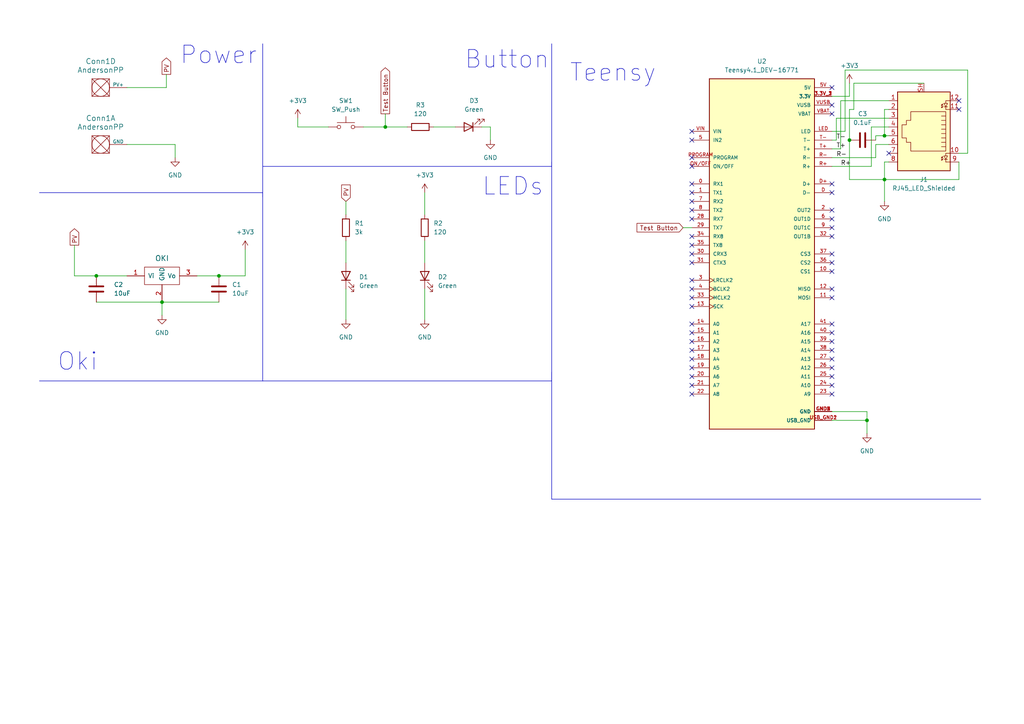
<source format=kicad_sch>
(kicad_sch (version 20230121) (generator eeschema)
  (paper "A4")
  (lib_symbols
    (symbol "Connector:RJ45_LED_Shielded" (pin_names (offset 1.016))
      (property "Reference" "J" (at -5.08 13.97 0))
      (property "Value" "RJ45_LED_Shielded" (at 1.27 13.97 0))
      (symbol "RJ45_LED_Shielded_0_1"
        (polyline (pts (xy -7.62 -7.62) (xy -6.35 -7.62)))
        (polyline (pts (xy -7.62 -5.08) (xy -6.35 -5.08)))
        (polyline (pts (xy -7.62 7.62) (xy -6.35 7.62)))
        (polyline (pts (xy -7.62 10.16) (xy -6.35 10.16)))
        (polyline (pts (xy -6.858 -5.842) (xy -5.842 -5.842)))
        (polyline (pts (xy -6.858 9.398) (xy -5.842 9.398)))
        (polyline (pts (xy -6.35 -7.62) (xy -6.35 -6.858)))
        (polyline (pts (xy -6.35 -5.08) (xy -6.35 -5.842)))
        (polyline (pts (xy -6.35 7.62) (xy -6.35 8.382)))
        (polyline (pts (xy -6.35 10.16) (xy -6.35 9.398)))
        (polyline (pts (xy -5.08 -6.223) (xy -5.207 -6.604)))
        (polyline (pts (xy -5.08 -5.588) (xy -5.207 -5.969)))
        (polyline (pts (xy -5.08 4.445) (xy -6.35 4.445)))
        (polyline (pts (xy -5.08 5.715) (xy -6.35 5.715)))
        (polyline (pts (xy -5.08 9.017) (xy -5.207 8.636)))
        (polyline (pts (xy -5.08 9.652) (xy -5.207 9.271)))
        (polyline (pts (xy -6.35 -3.175) (xy -5.08 -3.175) (xy -5.08 -3.175)))
        (polyline (pts (xy -6.35 -1.905) (xy -5.08 -1.905) (xy -5.08 -1.905)))
        (polyline (pts (xy -6.35 -0.635) (xy -5.08 -0.635) (xy -5.08 -0.635)))
        (polyline (pts (xy -6.35 0.635) (xy -5.08 0.635) (xy -5.08 0.635)))
        (polyline (pts (xy -6.35 1.905) (xy -5.08 1.905) (xy -5.08 1.905)))
        (polyline (pts (xy -5.588 -6.731) (xy -5.08 -6.223) (xy -5.461 -6.35)))
        (polyline (pts (xy -5.588 -6.096) (xy -5.08 -5.588) (xy -5.461 -5.715)))
        (polyline (pts (xy -5.588 8.509) (xy -5.08 9.017) (xy -5.461 8.89)))
        (polyline (pts (xy -5.588 9.144) (xy -5.08 9.652) (xy -5.461 9.525)))
        (polyline (pts (xy -5.08 3.175) (xy -6.35 3.175) (xy -6.35 3.175)))
        (polyline (pts (xy -6.35 -5.842) (xy -6.858 -6.858) (xy -5.842 -6.858) (xy -6.35 -5.842)))
        (polyline (pts (xy -6.35 9.398) (xy -6.858 8.382) (xy -5.842 8.382) (xy -6.35 9.398)))
        (polyline (pts (xy -6.35 -4.445) (xy -6.35 6.985) (xy 3.81 6.985) (xy 3.81 4.445) (xy 5.08 4.445) (xy 5.08 3.175) (xy 6.35 3.175) (xy 6.35 -0.635) (xy 5.08 -0.635) (xy 5.08 -1.905) (xy 3.81 -1.905) (xy 3.81 -4.445) (xy -6.35 -4.445) (xy -6.35 -4.445)))
        (rectangle (start 7.62 12.7) (end -7.62 -10.16) (stroke (width 0.254)) (fill (type background)))
      )
      (symbol "RJ45_LED_Shielded_1_1"
        (pin passive line (at 10.16 -7.62 180) (length 2.54) (name "~") (number "1"))
        (pin passive line (at -10.16 7.62 0) (length 2.54) (name "~") (number "10"))
        (pin passive line (at -10.16 -5.08 0) (length 2.54) (name "~") (number "11"))
        (pin passive line (at -10.16 -7.62 0) (length 2.54) (name "~") (number "12"))
        (pin passive line (at 10.16 -5.08 180) (length 2.54) (name "~") (number "2"))
        (pin passive line (at 10.16 -2.54 180) (length 2.54) (name "~") (number "3"))
        (pin passive line (at 10.16 0 180) (length 2.54) (name "~") (number "4"))
        (pin passive line (at 10.16 2.54 180) (length 2.54) (name "~") (number "5"))
        (pin passive line (at 10.16 5.08 180) (length 2.54) (name "~") (number "6"))
        (pin passive line (at 10.16 7.62 180) (length 2.54) (name "~") (number "7"))
        (pin passive line (at 10.16 10.16 180) (length 2.54) (name "~") (number "8"))
        (pin passive line (at -10.16 10.16 0) (length 2.54) (name "~") (number "9"))
        (pin passive line (at 0 -12.7 90) (length 2.54) (name "~") (number "SH"))
      )
    )
    (symbol "Device:C" (pin_numbers hide) (pin_names (offset 0.254))
      (property "Reference" "C" (at 0.635 2.54 0))
      (property "Value" "C" (at 0.635 -2.54 0))
      (symbol "C_0_1"
        (polyline (pts (xy -2.032 -0.762) (xy 2.032 -0.762)) (stroke (width 0.508)))
        (polyline (pts (xy -2.032 0.762) (xy 2.032 0.762)) (stroke (width 0.508)))
      )
      (symbol "C_1_1"
        (pin passive line (at 0 3.81 270) (length 2.794) (name "~") (number "1"))
        (pin passive line (at 0 -3.81 90) (length 2.794) (name "~") (number "2"))
      )
    )
    (symbol "Device:LED" (pin_numbers hide) (pin_names (offset 1.016) hide)
      (property "Reference" "D" (at 0 2.54 0))
      (property "Value" "LED" (at 0 -2.54 0))
      (symbol "LED_0_1"
        (polyline (pts (xy -1.27 -1.27) (xy -1.27 1.27)) (stroke (width 0.254)))
        (polyline (pts (xy -1.27 0) (xy 1.27 0)))
        (polyline (pts (xy 1.27 -1.27) (xy 1.27 1.27) (xy -1.27 0) (xy 1.27 -1.27)) (stroke (width 0.254)))
        (polyline (pts (xy -3.048 -0.762) (xy -4.572 -2.286) (xy -3.81 -2.286) (xy -4.572 -2.286) (xy -4.572 -1.524)))
        (polyline (pts (xy -1.778 -0.762) (xy -3.302 -2.286) (xy -2.54 -2.286) (xy -3.302 -2.286) (xy -3.302 -1.524)))
      )
      (symbol "LED_1_1"
        (pin passive line (at -3.81 0 0) (length 2.54) (name "K") (number "1"))
        (pin passive line (at 3.81 0 180) (length 2.54) (name "A") (number "2"))
      )
    )
    (symbol "Device:R" (pin_numbers hide) (pin_names (offset 0))
      (property "Reference" "R" (at 2.032 0 90))
      (property "Value" "R" (at 0 0 90))
      (symbol "R_0_1"
        (rectangle (start -1.016 -2.54) (end 1.016 2.54) (stroke (width 0.254)))
      )
      (symbol "R_1_1"
        (pin passive line (at 0 3.81 270) (length 1.27) (name "~") (number "1"))
        (pin passive line (at 0 -3.81 90) (length 1.27) (name "~") (number "2"))
      )
    )
    (symbol "MRDT_Connectors:AndersonPP" (pin_numbers hide) (pin_names (offset 0))
      (property "Reference" "Conn" (at 3.81 -1.27 0))
      (property "Value" "AndersonPP" (at 2.54 6.35 0))
      (symbol "AndersonPP_0_1"
        (polyline (pts (xy 0 5.08) (xy 5.08 0)))
        (polyline (pts (xy 5.08 5.08) (xy 0 0)))
        (rectangle (start 0 0) (end 5.08 5.08))
        (circle (center 2.54 2.54) (radius 2.54))
      )
      (symbol "AndersonPP_1_1"
        (pin input line (at 10.16 2.54 180) (length 5.08) (name "GND") (number "1"))
      )
      (symbol "AndersonPP_2_1"
        (pin input line (at 10.16 2.54 180) (length 5.08) (name "V+Log") (number "2"))
      )
      (symbol "AndersonPP_3_1"
        (pin input line (at 10.16 2.54 180) (length 5.08) (name "V+Act") (number "3"))
      )
      (symbol "AndersonPP_4_1"
        (pin input line (at 10.16 2.54 180) (length 5.08) (name "PV+") (number "4"))
      )
      (symbol "AndersonPP_5_1"
        (pin input line (at 10.16 2.54 180) (length 5.08) (name "~") (number "1"))
      )
    )
    (symbol "MRDT_Devices:OKI" (pin_names (offset 1.016))
      (property "Value" "OKI" (at 5.08 6.35 0))
      (symbol "OKI_0_1"
        (rectangle (start 0 0) (end 10.16 5.08))
      )
      (symbol "OKI_1_1"
        (pin input line (at -5.08 2.54 0) (length 5.08) (name "Vi") (number "1"))
        (pin output line (at 5.08 -5.08 90) (length 5.08) (name "GND") (number "2"))
        (pin output line (at 15.24 2.54 180) (length 5.08) (name "Vo") (number "3"))
      )
    )
    (symbol "MRDT_Shields:Teensy4.1_DEV-16771" (pin_names (offset 1.016))
      (property "Reference" "U" (at -15.24 52.07 0))
      (property "Value" "Teensy4.1_DEV-16771" (at -15.24 -53.34 0))
      (symbol "Teensy4.1_DEV-16771_0_0"
        (rectangle (start -15.24 -50.8) (end 15.24 50.8) (stroke (width 0.254)) (fill (type background)))
        (pin bidirectional line (at -20.32 20.32 0) (length 5.08) (name "RX1") (number "0"))
        (pin bidirectional line (at -20.32 17.78 0) (length 5.08) (name "TX1") (number "1"))
        (pin bidirectional line (at 20.32 -5.08 180) (length 5.08) (name "CS1") (number "10"))
        (pin bidirectional line (at 20.32 -12.7 180) (length 5.08) (name "MOSI") (number "11"))
        (pin bidirectional line (at 20.32 -10.16 180) (length 5.08) (name "MISO") (number "12"))
        (pin bidirectional clock (at -20.32 -15.24 0) (length 5.08) (name "SCK") (number "13"))
        (pin bidirectional line (at -20.32 -20.32 0) (length 5.08) (name "A0") (number "14"))
        (pin bidirectional line (at -20.32 -22.86 0) (length 5.08) (name "A1") (number "15"))
        (pin bidirectional line (at -20.32 -25.4 0) (length 5.08) (name "A2") (number "16"))
        (pin bidirectional line (at -20.32 -27.94 0) (length 5.08) (name "A3") (number "17"))
        (pin bidirectional line (at -20.32 -30.48 0) (length 5.08) (name "A4") (number "18"))
        (pin bidirectional line (at -20.32 -33.02 0) (length 5.08) (name "A5") (number "19"))
        (pin output line (at 20.32 12.7 180) (length 5.08) (name "OUT2") (number "2"))
        (pin bidirectional line (at -20.32 -35.56 0) (length 5.08) (name "A6") (number "20"))
        (pin bidirectional line (at -20.32 -38.1 0) (length 5.08) (name "A7") (number "21"))
        (pin bidirectional line (at -20.32 -40.64 0) (length 5.08) (name "A8") (number "22"))
        (pin bidirectional line (at 20.32 -40.64 180) (length 5.08) (name "A9") (number "23"))
        (pin bidirectional line (at 20.32 -38.1 180) (length 5.08) (name "A10") (number "24"))
        (pin bidirectional line (at 20.32 -35.56 180) (length 5.08) (name "A11") (number "25"))
        (pin bidirectional line (at 20.32 -33.02 180) (length 5.08) (name "A12") (number "26"))
        (pin bidirectional line (at 20.32 -30.48 180) (length 5.08) (name "A13") (number "27"))
        (pin bidirectional line (at -20.32 10.16 0) (length 5.08) (name "RX7") (number "28"))
        (pin bidirectional line (at -20.32 7.62 0) (length 5.08) (name "TX7") (number "29"))
        (pin bidirectional clock (at -20.32 -7.62 0) (length 5.08) (name "LRCLK2") (number "3"))
        (pin power_in line (at 20.32 45.72 180) (length 5.08) (name "3.3V") (number "3.3V_1"))
        (pin power_in line (at 20.32 45.72 180) (length 5.08) (name "3.3V") (number "3.3V_2"))
        (pin power_in line (at 20.32 45.72 180) (length 5.08) (name "3.3V") (number "3.3V_3"))
        (pin bidirectional line (at -20.32 0 0) (length 5.08) (name "CRX3") (number "30"))
        (pin bidirectional line (at -20.32 -2.54 0) (length 5.08) (name "CTX3") (number "31"))
        (pin output line (at 20.32 5.08 180) (length 5.08) (name "OUT1B") (number "32"))
        (pin bidirectional clock (at -20.32 -12.7 0) (length 5.08) (name "MCLK2") (number "33"))
        (pin bidirectional line (at -20.32 5.08 0) (length 5.08) (name "RX8") (number "34"))
        (pin bidirectional line (at -20.32 2.54 0) (length 5.08) (name "TX8") (number "35"))
        (pin bidirectional line (at 20.32 -2.54 180) (length 5.08) (name "CS2") (number "36"))
        (pin bidirectional line (at 20.32 0 180) (length 5.08) (name "CS3") (number "37"))
        (pin bidirectional line (at 20.32 -27.94 180) (length 5.08) (name "A14") (number "38"))
        (pin bidirectional line (at 20.32 -25.4 180) (length 5.08) (name "A15") (number "39"))
        (pin bidirectional clock (at -20.32 -10.16 0) (length 5.08) (name "BCLK2") (number "4"))
        (pin bidirectional line (at 20.32 -22.86 180) (length 5.08) (name "A16") (number "40"))
        (pin bidirectional line (at 20.32 -20.32 180) (length 5.08) (name "A17") (number "41"))
        (pin bidirectional line (at -20.32 33.02 0) (length 5.08) (name "IN2") (number "5"))
        (pin power_in line (at 20.32 48.26 180) (length 5.08) (name "5V") (number "5V"))
        (pin output line (at 20.32 10.16 180) (length 5.08) (name "OUT1D") (number "6"))
        (pin bidirectional line (at -20.32 15.24 0) (length 5.08) (name "RX2") (number "7"))
        (pin bidirectional line (at -20.32 12.7 0) (length 5.08) (name "TX2") (number "8"))
        (pin output line (at 20.32 7.62 180) (length 5.08) (name "OUT1C") (number "9"))
        (pin bidirectional line (at 20.32 17.78 180) (length 5.08) (name "D-") (number "D"))
        (pin bidirectional line (at 20.32 20.32 180) (length 5.08) (name "D+") (number "D+"))
        (pin power_in line (at 20.32 -45.72 180) (length 5.08) (name "GND") (number "GND1"))
        (pin power_in line (at 20.32 -45.72 180) (length 5.08) (name "GND") (number "GND2"))
        (pin power_in line (at 20.32 -45.72 180) (length 5.08) (name "GND") (number "GND3"))
        (pin power_in line (at 20.32 -45.72 180) (length 5.08) (name "GND") (number "GND4"))
        (pin power_in line (at 20.32 -45.72 180) (length 5.08) (name "GND") (number "GND5"))
        (pin bidirectional line (at 20.32 35.56 180) (length 5.08) (name "LED") (number "LED"))
        (pin bidirectional line (at -20.32 25.4 0) (length 5.08) (name "ON/OFF") (number "ON/OFF"))
        (pin bidirectional line (at -20.32 27.94 0) (length 5.08) (name "PROGRAM") (number "PROGRAM"))
        (pin bidirectional line (at 20.32 25.4 180) (length 5.08) (name "R+") (number "R+"))
        (pin bidirectional line (at 20.32 27.94 180) (length 5.08) (name "R-") (number "R-"))
        (pin bidirectional line (at 20.32 30.48 180) (length 5.08) (name "T+") (number "T+"))
        (pin bidirectional line (at 20.32 33.02 180) (length 5.08) (name "T-") (number "T-"))
        (pin power_in line (at 20.32 -48.26 180) (length 5.08) (name "USB_GND") (number "USB_GND1"))
        (pin power_in line (at 20.32 -48.26 180) (length 5.08) (name "USB_GND") (number "USB_GND2"))
        (pin passive line (at 20.32 40.64 180) (length 5.08) (name "VBAT") (number "VBAT"))
        (pin input line (at -20.32 35.56 0) (length 5.08) (name "VIN") (number "VIN"))
        (pin passive line (at 20.32 43.18 180) (length 5.08) (name "VUSB") (number "VUSB"))
      )
    )
    (symbol "Switch:SW_Push" (pin_numbers hide) (pin_names (offset 1.016) hide)
      (property "Reference" "SW" (at 1.27 2.54 0))
      (property "Value" "SW_Push" (at 0 -1.524 0))
      (symbol "SW_Push_0_1"
        (circle (center -2.032 0) (radius 0.508))
        (polyline (pts (xy 0 1.27) (xy 0 3.048)))
        (polyline (pts (xy 2.54 1.27) (xy -2.54 1.27)))
        (circle (center 2.032 0) (radius 0.508))
        (pin passive line (at -5.08 0 0) (length 2.54) (name "1") (number "1"))
        (pin passive line (at 5.08 0 180) (length 2.54) (name "2") (number "2"))
      )
    )
    (symbol "power:+3V3" (power) (pin_names (offset 0))
      (property "Value" "+3V3" (at 0 3.556 0))
      (symbol "+3V3_0_1"
        (polyline (pts (xy -0.762 1.27) (xy 0 2.54)))
        (polyline (pts (xy 0 0) (xy 0 2.54)))
        (polyline (pts (xy 0 2.54) (xy 0.762 1.27)))
      )
      (symbol "+3V3_1_1"
        (pin power_in line (at 0 0 90) (length 0) hide (name "+3V3") (number "1"))
      )
    )
    (symbol "power:GND" (power) (pin_names (offset 0))
      (property "Value" "GND" (at 0 -3.81 0))
      (symbol "GND_0_1"
        (polyline (pts (xy 0 0) (xy 0 -1.27) (xy 1.27 -1.27) (xy 0 -2.54) (xy -1.27 -1.27) (xy 0 -1.27)))
      )
      (symbol "GND_1_1"
        (pin power_in line (at 0 0 270) (length 0) hide (name "GND") (number "1"))
      )
    )
  )
  (junction (at 256.54 52.07))
  (junction (at 63.5 80.01))
  (junction (at 27.94 80.01))
  (junction (at 246.38 40.64))
  (junction (at 251.46 121.92))
  (junction (at 111.76 36.83))
  (junction (at 46.99 87.63))
  (junction (at 256.54 39.37))
  (no_connect (at 200.66 53.34))
  (no_connect (at 241.3 78.74))
  (no_connect (at 200.66 63.5))
  (no_connect (at 241.3 86.36))
  (no_connect (at 200.66 68.58))
  (no_connect (at 200.66 73.66))
  (no_connect (at 241.3 76.2))
  (no_connect (at 200.66 76.2))
  (no_connect (at 241.3 114.3))
  (no_connect (at 241.3 104.14))
  (no_connect (at 200.66 104.14))
  (no_connect (at 200.66 55.88))
  (no_connect (at 241.3 101.6))
  (no_connect (at 200.66 86.36))
  (no_connect (at 241.3 60.96))
  (no_connect (at 241.3 68.58))
  (no_connect (at 278.13 31.75))
  (no_connect (at 200.66 60.96))
  (no_connect (at 200.66 99.06))
  (no_connect (at 200.66 38.1))
  (no_connect (at 278.13 29.21))
  (no_connect (at 241.3 53.34))
  (no_connect (at 200.66 111.76))
  (no_connect (at 241.3 93.98))
  (no_connect (at 241.3 73.66))
  (no_connect (at 200.66 45.72))
  (no_connect (at 200.66 81.28))
  (no_connect (at 241.3 96.52))
  (no_connect (at 200.66 93.98))
  (no_connect (at 241.3 30.48))
  (no_connect (at 241.3 63.5))
  (no_connect (at 241.3 109.22))
  (no_connect (at 200.66 83.82))
  (no_connect (at 257.81 44.45))
  (no_connect (at 200.66 71.12))
  (no_connect (at 200.66 88.9))
  (no_connect (at 200.66 109.22))
  (no_connect (at 200.66 40.64))
  (no_connect (at 200.66 48.26))
  (no_connect (at 200.66 114.3))
  (no_connect (at 241.3 99.06))
  (no_connect (at 241.3 111.76))
  (no_connect (at 241.3 83.82))
  (no_connect (at 241.3 106.68))
  (no_connect (at 241.3 66.04))
  (no_connect (at 200.66 58.42))
  (no_connect (at 241.3 55.88))
  (no_connect (at 241.3 25.4))
  (no_connect (at 241.3 33.02))
  (no_connect (at 200.66 106.68))
  (no_connect (at 200.66 96.52))
  (no_connect (at 200.66 101.6))
  (wire (pts (xy 251.46 119.38) (xy 251.46 121.92)))
  (wire (pts (xy 254 39.37) (xy 254 40.64)))
  (wire (pts (xy 246.38 31.75) (xy 246.38 40.64)))
  (wire (pts (xy 247.65 24.13) (xy 247.65 31.75)))
  (wire (pts (xy 142.24 36.83) (xy 142.24 40.64)))
  (wire (pts (xy 257.81 29.21) (xy 243.84 29.21)))
  (wire (pts (xy 256.54 31.75) (xy 256.54 39.37)))
  (wire (pts (xy 278.13 52.07) (xy 256.54 52.07)))
  (wire (pts (xy 256.54 52.07) (xy 246.38 52.07)))
  (wire (pts (xy 198.12 66.04) (xy 200.66 66.04)))
  (polyline (pts (xy 11.43 55.88) (xy 76.2 55.88)))
  (wire (pts (xy 267.97 24.13) (xy 247.65 24.13)))
  (wire (pts (xy 139.7 36.83) (xy 142.24 36.83)))
  (wire (pts (xy 50.8 41.91) (xy 50.8 45.72)))
  (wire (pts (xy 278.13 46.99) (xy 278.13 52.07)))
  (polyline (pts (xy 160.02 110.49) (xy 160.02 107.95)))
  (wire (pts (xy 241.3 27.94) (xy 246.38 27.94)))
  (wire (pts (xy 111.76 33.02) (xy 111.76 36.83)))
  (wire (pts (xy 111.76 36.83) (xy 118.11 36.83)))
  (wire (pts (xy 257.81 39.37) (xy 256.54 39.37)))
  (wire (pts (xy 256.54 46.99) (xy 256.54 52.07)))
  (wire (pts (xy 257.81 46.99) (xy 256.54 46.99)))
  (wire (pts (xy 245.11 20.32) (xy 245.11 38.1)))
  (wire (pts (xy 251.46 121.92) (xy 251.46 125.73)))
  (wire (pts (xy 241.3 119.38) (xy 251.46 119.38)))
  (wire (pts (xy 36.83 41.91) (xy 50.8 41.91)))
  (wire (pts (xy 245.11 38.1) (xy 241.3 38.1)))
  (wire (pts (xy 242.57 34.29) (xy 242.57 40.64)))
  (wire (pts (xy 257.81 31.75) (xy 256.54 31.75)))
  (wire (pts (xy 257.81 34.29) (xy 242.57 34.29)))
  (polyline (pts (xy 160.02 12.7) (xy 160.02 144.78)))
  (polyline (pts (xy 76.2 12.7) (xy 76.2 110.49)))
  (wire (pts (xy 246.38 40.64) (xy 246.38 52.07)))
  (wire (pts (xy 243.84 43.18) (xy 241.3 43.18)))
  (wire (pts (xy 123.19 55.88) (xy 123.19 62.23)))
  (wire (pts (xy 57.15 80.01) (xy 63.5 80.01)))
  (wire (pts (xy 100.33 58.42) (xy 100.33 62.23)))
  (wire (pts (xy 254 41.91) (xy 254 45.72)))
  (wire (pts (xy 27.94 80.01) (xy 21.59 80.01)))
  (wire (pts (xy 123.19 83.82) (xy 123.19 92.71)))
  (wire (pts (xy 252.73 48.26) (xy 241.3 48.26)))
  (wire (pts (xy 100.33 69.85) (xy 100.33 76.2)))
  (wire (pts (xy 86.36 36.83) (xy 95.25 36.83)))
  (wire (pts (xy 243.84 29.21) (xy 243.84 43.18)))
  (wire (pts (xy 256.54 52.07) (xy 256.54 58.42)))
  (wire (pts (xy 257.81 41.91) (xy 254 41.91)))
  (wire (pts (xy 280.67 44.45) (xy 280.67 20.32)))
  (wire (pts (xy 46.99 87.63) (xy 46.99 91.44)))
  (wire (pts (xy 123.19 69.85) (xy 123.19 76.2)))
  (wire (pts (xy 71.12 80.01) (xy 71.12 72.39)))
  (wire (pts (xy 241.3 121.92) (xy 251.46 121.92)))
  (wire (pts (xy 247.65 31.75) (xy 246.38 31.75)))
  (wire (pts (xy 21.59 80.01) (xy 21.59 71.12)))
  (wire (pts (xy 105.41 36.83) (xy 111.76 36.83)))
  (wire (pts (xy 125.73 36.83) (xy 132.08 36.83)))
  (polyline (pts (xy 160.02 48.26) (xy 160.02 46.99)))
  (wire (pts (xy 278.13 44.45) (xy 280.67 44.45)))
  (wire (pts (xy 36.83 25.4) (xy 48.26 25.4)))
  (wire (pts (xy 246.38 27.94) (xy 246.38 24.13)))
  (wire (pts (xy 27.94 87.63) (xy 46.99 87.63)))
  (polyline (pts (xy 160.02 144.78) (xy 284.48 144.78)))
  (wire (pts (xy 242.57 40.64) (xy 241.3 40.64)))
  (wire (pts (xy 63.5 80.01) (xy 71.12 80.01)))
  (wire (pts (xy 257.81 36.83) (xy 252.73 36.83)))
  (wire (pts (xy 48.26 21.59) (xy 48.26 25.4)))
  (wire (pts (xy 46.99 87.63) (xy 63.5 87.63)))
  (wire (pts (xy 36.83 80.01) (xy 27.94 80.01)))
  (wire (pts (xy 256.54 39.37) (xy 254 39.37)))
  (polyline (pts (xy 76.2 48.26) (xy 160.02 48.26)))
  (wire (pts (xy 252.73 36.83) (xy 252.73 48.26)))
  (wire (pts (xy 280.67 20.32) (xy 245.11 20.32)))
  (polyline (pts (xy 11.43 110.49) (xy 160.02 110.49)))
  (wire (pts (xy 100.33 83.82) (xy 100.33 92.71)))
  (wire (pts (xy 86.36 34.29) (xy 86.36 36.83)))
  (wire (pts (xy 241.3 45.72) (xy 254 45.72)))
  (polyline (pts (xy 76.2 55.88) (xy 76.2 57.15)))
  (text "LEDs" (at 139.7 57.15 0) (effects (font (size 5.08 5.08)) (justify left bottom)))
  (text "Power" (at 52.07 19.05 0) (effects (font (size 5.08 5.08)) (justify left bottom)))
  (text "Teensy" (at 165.1 24.13 0) (effects (font (size 5.08 5.08)) (justify left bottom)))
  (text "Button" (at 134.62 20.32 0) (effects (font (size 5.08 5.08)) (justify left bottom)))
  (text "Oki" (at 16.51 107.95 0) (effects (font (size 5.08 5.08)) (justify left bottom)))
  (label "T+" (at 242.57 43.18 0))
  (label "R+" (at 243.84 48.26 0))
  (label "T-" (at 242.57 40.64 0))
  (label "R-" (at 242.57 45.72 0))
  (global_label "PV" (shape output) (at 21.59 71.12 90) (property "Intersheetrefs" "${INTERSHEET_REFS}" (effects hide)))
  (global_label "PV" (shape input) (at 100.33 58.42 90) (property "Intersheetrefs" "${INTERSHEET_REFS}" (effects hide)))
  (global_label "Test Button" (shape output) (at 111.76 33.02 90) (property "Intersheetrefs" "${INTERSHEET_REFS}" (effects hide)))
  (global_label "PV" (shape output) (at 48.26 21.59 90) (property "Intersheetrefs" "${INTERSHEET_REFS}" (effects hide)))
  (global_label "Test Button" (shape input) (at 198.12 66.04 180) (property "Intersheetrefs" "${INTERSHEET_REFS}" (effects hide)))
  (symbol (lib_id "power:GND") (at 123.19 92.71 0) (unit 1)
    (property "Reference" "#PWR05" (effects hide))
    (property "Value" "GND" (at 123.19 97.79 0))
  )
  (symbol (lib_id "power:GND") (at 256.54 58.42 0) (unit 1)
    (property "Reference" "#PWR09" (effects hide))
    (property "Value" "GND" (at 256.54 63.5 0))
  )
  (symbol (lib_id "Connector:RJ45_LED_Shielded") (at 267.97 36.83 180) (unit 1)
    (property "Reference" "J1" (at 267.97 52.07 0))
    (property "Value" "RJ45_LED_Shielded" (at 267.97 54.61 0))
    (property "Footprint" "MRDT_Connectors:RJ45_Teensy" (effects hide))
  )
  (symbol (lib_id "Device:LED") (at 123.19 80.01 90) (unit 1)
    (property "Reference" "D2" (at 127 80.3275 90) (effects (justify right)))
    (property "Value" "Green" (at 127 82.8675 90) (effects (justify right)))
    (property "Footprint" "LED_SMD:LED_0603_1608Metric_Pad1.05x0.95mm_HandSolder" (effects hide))
  )
  (symbol (lib_id "power:+3V3") (at 86.36 34.29 0) (unit 1)
    (property "Reference" "#PWR010" (effects hide))
    (property "Value" "+3V3" (at 86.36 29.21 0))
  )
  (symbol (lib_id "power:GND") (at 142.24 40.64 0) (unit 1)
    (property "Reference" "#PWR011" (effects hide))
    (property "Value" "GND" (at 142.24 45.72 0))
  )
  (symbol (lib_id "Switch:SW_Push") (at 100.33 36.83 0) (unit 1)
    (property "Reference" "SW1" (at 100.33 29.21 0))
    (property "Value" "SW_Push" (at 100.33 31.75 0))
    (property "Footprint" "Button_Switch_SMD:SW_SPST_TL3305A" (effects hide))
  )
  (symbol (lib_id "power:+3V3") (at 246.38 24.13 0) (unit 1)
    (property "Reference" "#PWR07" (effects hide))
    (property "Value" "+3V3" (at 246.38 19.05 0))
  )
  (symbol (lib_id "power:GND") (at 50.8 45.72 0) (unit 1)
    (property "Reference" "#PWR01" (effects hide))
    (property "Value" "GND" (at 50.8 50.8 0))
  )
  (symbol (lib_id "Device:LED") (at 100.33 80.01 90) (unit 1)
    (property "Reference" "D1" (at 104.14 80.3275 90) (effects (justify right)))
    (property "Value" "Green" (at 104.14 82.8675 90) (effects (justify right)))
    (property "Footprint" "LED_SMD:LED_0603_1608Metric_Pad1.05x0.95mm_HandSolder" (effects hide))
  )
  (symbol (lib_id "Device:C") (at 63.5 83.82 0) (unit 1)
    (property "Reference" "C1" (at 67.31 82.55 0) (effects (justify left)))
    (property "Value" "10uF" (at 67.31 85.09 0) (effects (justify left)))
    (property "Footprint" "Capacitor_SMD:C_0603_1608Metric_Pad1.08x0.95mm_HandSolder" (effects hide))
  )
  (symbol (lib_id "MRDT_Devices:OKI") (at 41.91 82.55 0) (unit 1)
    (property "Reference" "U1" (effects hide))
    (property "Value" "OKI" (at 46.99 74.93 0) (effects (font (size 1.524 1.524))))
    (property "Footprint" "MRDT_Devices:OKI_Horizontal" (effects hide))
  )
  (symbol (lib_id "power:GND") (at 46.99 91.44 0) (unit 1)
    (property "Reference" "#PWR03" (effects hide))
    (property "Value" "GND" (at 46.99 96.52 0))
  )
  (symbol (lib_id "power:GND") (at 100.33 92.71 0) (unit 1)
    (property "Reference" "#PWR04" (effects hide))
    (property "Value" "GND" (at 100.33 97.79 0))
  )
  (symbol (lib_id "Device:C") (at 27.94 83.82 0) (unit 1)
    (property "Reference" "C2" (at 33.02 82.55 0) (effects (justify left)))
    (property "Value" "10uF" (at 33.02 85.09 0) (effects (justify left)))
    (property "Footprint" "Capacitor_SMD:C_0603_1608Metric_Pad1.08x0.95mm_HandSolder" (effects hide))
  )
  (symbol (lib_id "Device:R") (at 100.33 66.04 0) (unit 1)
    (property "Reference" "R1" (at 102.87 64.77 0) (effects (justify left)))
    (property "Value" "3k" (at 102.87 67.31 0) (effects (justify left)))
    (property "Footprint" "Resistor_SMD:R_0603_1608Metric_Pad0.98x0.95mm_HandSolder" (effects hide))
  )
  (symbol (lib_id "Device:R") (at 123.19 66.04 0) (unit 1)
    (property "Reference" "R2" (at 125.73 64.77 0) (effects (justify left)))
    (property "Value" "120" (at 125.73 67.31 0) (effects (justify left)))
    (property "Footprint" "Resistor_SMD:R_0603_1608Metric_Pad0.98x0.95mm_HandSolder" (effects hide))
  )
  (symbol (lib_id "MRDT_Connectors:AndersonPP") (at 26.67 27.94 0) (unit 4)
    (property "Reference" "Conn1" (at 29.21 17.78 0) (effects (font (size 1.524 1.524))))
    (property "Value" "AndersonPP" (at 29.21 20.32 0) (effects (font (size 1.524 1.524))))
    (property "Footprint" "MRDT_Connectors:Square_Anderson_2_H_Side_By_Side_PV" (effects hide))
  )
  (symbol (lib_id "MRDT_Shields:Teensy4.1_DEV-16771") (at 220.98 73.66 0) (unit 1)
    (property "Reference" "U2" (at 220.98 17.78 0))
    (property "Value" "Teensy4.1_DEV-16771" (at 220.98 20.32 0))
    (property "Footprint" "MRDT_Shields:Teensy_4_1_Ethernet" (effects hide))
    (property "STANDARD" "Manufacturer recommendations" (effects hide))
    (property "MAXIMUM_PACKAGE_HEIGHT" "4.07mm" (effects hide))
    (property "MANUFACTURER" "SparkFun Electronics" (effects hide))
    (property "PARTREV" "4.1" (effects hide))
  )
  (symbol (lib_id "Device:R") (at 121.92 36.83 90) (unit 1)
    (property "Reference" "R3" (at 121.92 30.48 90))
    (property "Value" "120" (at 121.92 33.02 90))
    (property "Footprint" "Resistor_SMD:R_0603_1608Metric_Pad0.98x0.95mm_HandSolder" (effects hide))
  )
  (symbol (lib_id "power:+3V3") (at 71.12 72.39 0) (unit 1)
    (property "Reference" "#PWR02" (effects hide))
    (property "Value" "+3V3" (at 71.12 67.31 0))
  )
  (symbol (lib_id "power:+3V3") (at 123.19 55.88 0) (unit 1)
    (property "Reference" "#PWR06" (effects hide))
    (property "Value" "+3V3" (at 123.19 50.8 0))
  )
  (symbol (lib_id "power:GND") (at 251.46 125.73 0) (unit 1)
    (property "Reference" "#PWR08" (effects hide))
    (property "Value" "GND" (at 251.46 130.81 0))
  )
  (symbol (lib_id "MRDT_Connectors:AndersonPP") (at 26.67 44.45 0) (unit 1)
    (property "Reference" "Conn1" (at 29.21 34.29 0) (effects (font (size 1.524 1.524))))
    (property "Value" "AndersonPP" (at 29.21 36.83 0) (effects (font (size 1.524 1.524))))
    (property "Footprint" "MRDT_Connectors:Square_Anderson_2_H_Side_By_Side_PV" (effects hide))
  )
  (symbol (lib_id "Device:C") (at 250.19 40.64 270) (unit 1)
    (property "Reference" "C3" (at 250.19 33.02 90))
    (property "Value" "0.1uF" (at 250.19 35.56 90))
    (property "Footprint" "Capacitor_SMD:C_0603_1608Metric_Pad1.08x0.95mm_HandSolder" (effects hide))
  )
  (symbol (lib_id "Device:LED") (at 135.89 36.83 180) (unit 1)
    (property "Reference" "D3" (at 137.4775 29.21 0))
    (property "Value" "Green" (at 137.4775 31.75 0))
    (property "Footprint" "LED_SMD:LED_0603_1608Metric_Pad1.05x0.95mm_HandSolder" (effects hide))
  )
)
</source>
